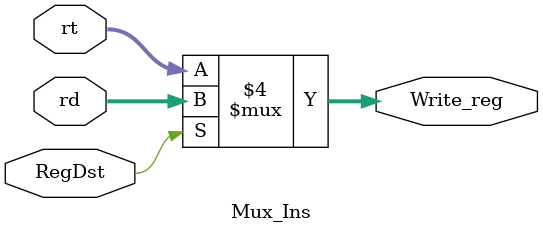
<source format=v>
`timescale 1ns / 1ps


module Mux_Ins(
    input [4:0] rt,
    input [4:0] rd,
    input RegDst,
    output reg [4:0] Write_reg
    );
    always @ (rt or rd) begin
        if(RegDst == 1)
            Write_reg = rd;
        else begin
            Write_reg = rt;
        end
    end
endmodule

</source>
